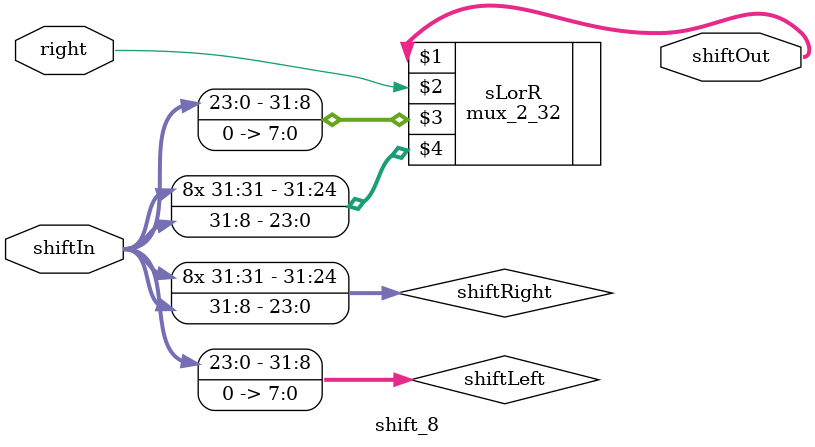
<source format=v>
module shift_8(shiftIn,right,shiftOut);
    input [31:0] shiftIn;
    input right;
    output [31:0] shiftOut;
    wire [31:0] shiftLeft,shiftRight;

    assign shiftLeft[31:8] = shiftIn[23:0];
    assign shiftLeft[7:0] = 8'b00000000;
    assign shiftRight[23:0] = shiftIn[31:8];
    assign shiftRight[31] = shiftIn[31];
    assign shiftRight[30] = shiftIn[31];
    assign shiftRight[29] = shiftIn[31];
    assign shiftRight[28] = shiftIn[31];
    assign shiftRight[27] = shiftIn[31];
    assign shiftRight[26] = shiftIn[31];
    assign shiftRight[25] = shiftIn[31];
    assign shiftRight[24] = shiftIn[31];

    mux_2_32 sLorR(shiftOut,right,shiftLeft,shiftRight);
endmodule

</source>
